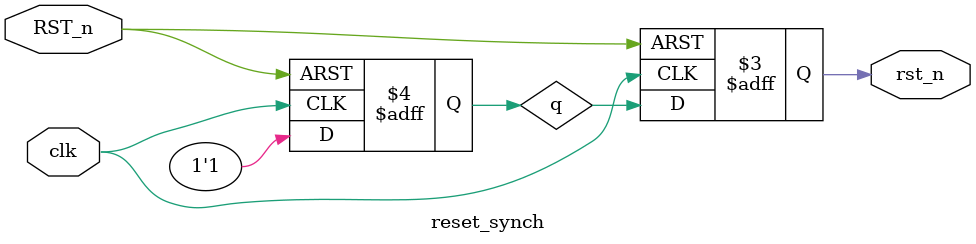
<source format=v>
module reset_synch(clk,RST_n,rst_n);

input clk, RST_n;
output rst_n;
reg rst_n;
reg q;

always @(negedge RST_n or negedge clk)
begin
  if(!RST_n) begin
      q  <= 1'b0;
      rst_n <= 1'b0;
end  
   else begin
      q  <= 1'b1;
      rst_n <= q;
end 
end 
endmodule 
</source>
